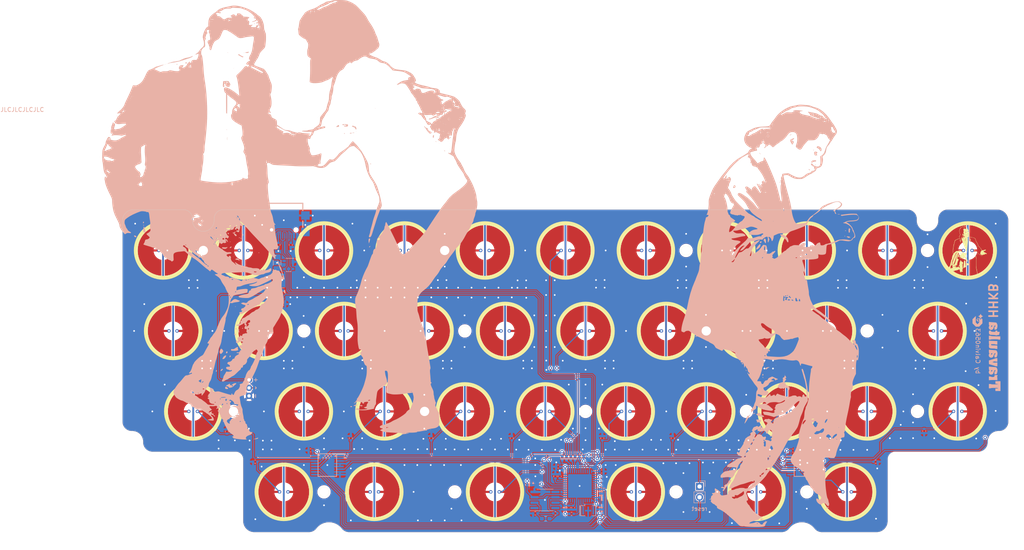
<source format=kicad_pcb>
(kicad_pcb (version 20221018) (generator pcbnew)

  (general
    (thickness 1.59)
  )

  (paper "A4")
  (layers
    (0 "F.Cu" signal)
    (1 "In1.Cu" signal)
    (2 "In2.Cu" signal)
    (31 "B.Cu" signal)
    (32 "B.Adhes" user "B.Adhesive")
    (33 "F.Adhes" user "F.Adhesive")
    (34 "B.Paste" user)
    (35 "F.Paste" user)
    (36 "B.SilkS" user "B.Silkscreen")
    (37 "F.SilkS" user "F.Silkscreen")
    (38 "B.Mask" user)
    (39 "F.Mask" user)
    (40 "Dwgs.User" user "User.Drawings")
    (41 "Cmts.User" user "User.Comments")
    (42 "Eco1.User" user "User.Eco1")
    (43 "Eco2.User" user "User.Eco2")
    (44 "Edge.Cuts" user)
    (45 "Margin" user)
    (46 "B.CrtYd" user "B.Courtyard")
    (47 "F.CrtYd" user "F.Courtyard")
    (48 "B.Fab" user)
    (49 "F.Fab" user)
    (50 "User.1" user)
    (51 "User.2" user)
    (52 "User.3" user)
    (53 "User.4" user)
    (54 "User.5" user)
    (55 "User.6" user)
    (56 "User.7" user)
    (57 "User.8" user)
    (58 "User.9" user)
  )

  (setup
    (stackup
      (layer "F.SilkS" (type "Top Silk Screen"))
      (layer "F.Paste" (type "Top Solder Paste"))
      (layer "F.Mask" (type "Top Solder Mask") (thickness 0.01))
      (layer "F.Cu" (type "copper") (thickness 0.035))
      (layer "dielectric 1" (type "prepreg") (thickness 0.2) (material "7628") (epsilon_r 4.6) (loss_tangent 0))
      (layer "In1.Cu" (type "copper") (thickness 0.0175))
      (layer "dielectric 2" (type "core") (thickness 1.065) (material "FR4") (epsilon_r 4.5) (loss_tangent 0.02))
      (layer "In2.Cu" (type "copper") (thickness 0.0175))
      (layer "dielectric 3" (type "prepreg") (thickness 0.2) (material "7628") (epsilon_r 4.6) (loss_tangent 0))
      (layer "B.Cu" (type "copper") (thickness 0.035))
      (layer "B.Mask" (type "Bottom Solder Mask") (thickness 0.01))
      (layer "B.Paste" (type "Bottom Solder Paste"))
      (layer "B.SilkS" (type "Bottom Silk Screen"))
      (copper_finish "None")
      (dielectric_constraints no)
    )
    (pad_to_mask_clearance 0)
    (pcbplotparams
      (layerselection 0x00010fc_ffffffff)
      (plot_on_all_layers_selection 0x0000000_00000000)
      (disableapertmacros false)
      (usegerberextensions false)
      (usegerberattributes true)
      (usegerberadvancedattributes true)
      (creategerberjobfile true)
      (dashed_line_dash_ratio 12.000000)
      (dashed_line_gap_ratio 3.000000)
      (svgprecision 6)
      (plotframeref false)
      (viasonmask false)
      (mode 1)
      (useauxorigin false)
      (hpglpennumber 1)
      (hpglpenspeed 20)
      (hpglpendiameter 15.000000)
      (dxfpolygonmode true)
      (dxfimperialunits true)
      (dxfusepcbnewfont true)
      (psnegative false)
      (psa4output false)
      (plotreference true)
      (plotvalue true)
      (plotinvisibletext false)
      (sketchpadsonfab false)
      (subtractmaskfromsilk false)
      (outputformat 1)
      (mirror false)
      (drillshape 0)
      (scaleselection 1)
      (outputdirectory "Production")
    )
  )

  (net 0 "")
  (net 1 "GND")
  (net 2 "D-")
  (net 3 "D+")
  (net 4 "VCC")
  (net 5 "+5V")
  (net 6 "Net-(U1-VCAP1)")
  (net 7 "NRST")
  (net 8 "APLEX_OUT_PIN_0")
  (net 9 "ROW0")
  (net 10 "ROW1")
  (net 11 "Net-(JP1-B)")
  (net 12 "VBAT")
  (net 13 "BOOT1")
  (net 14 "COL0")
  (net 15 "COL1")
  (net 16 "COL2")
  (net 17 "COL3")
  (net 18 "COL4")
  (net 19 "COL5")
  (net 20 "COL6")
  (net 21 "COL7")
  (net 22 "COL8")
  (net 23 "COL9")
  (net 24 "ROW2")
  (net 25 "ROW3")
  (net 26 "Net-(U1-PB12)")
  (net 27 "Net-(U1-PB15)")
  (net 28 "Net-(U1-PA10)")
  (net 29 "XTAL0")
  (net 30 "XTAL1")
  (net 31 "Net-(U1-PB14)")
  (net 32 "Net-(U1-PB13)")
  (net 33 "Net-(USB1-CC1)")
  (net 34 "Net-(USB1-CC2)")
  (net 35 "unconnected-(U1-PC13-Pad2)")
  (net 36 "unconnected-(U1-PC14-Pad3)")
  (net 37 "unconnected-(U1-PC15-Pad4)")
  (net 38 "unconnected-(U1-PA0-Pad10)")
  (net 39 "SWDIO")
  (net 40 "SWCLK")
  (net 41 "ADC")
  (net 42 "unconnected-(U1-PA1-Pad11)")
  (net 43 "AMUX_SEL_2")
  (net 44 "AMUX_SEL_1")
  (net 45 "AMUX_SEL_0")
  (net 46 "BOOT0")
  (net 47 "APLEX_EN_PIN_1")
  (net 48 "APLEX_EN_PIN_0")
  (net 49 "unconnected-(U1-PA2-Pad12)")
  (net 50 "unconnected-(U1-PB6-Pad42)")
  (net 51 "RGB")
  (net 52 "unconnected-(U1-PA8-Pad29)")
  (net 53 "unconnected-(U1-PA9-Pad30)")
  (net 54 "unconnected-(U1-PA15-Pad38)")
  (net 55 "unconnected-(U1-PB8-Pad45)")
  (net 56 "unconnected-(U1-PB9-Pad46)")
  (net 57 "unconnected-(USB1-SBU2-Pad3)")
  (net 58 "unconnected-(USB1-SBU1-Pad9)")
  (net 59 "unconnected-(U1-PA5-Pad15)")
  (net 60 "unconnected-(U1-PA6-Pad16)")
  (net 61 "unconnected-(U1-PB10-Pad21)")
  (net 62 "unconnected-(U1-PB7-Pad43)")
  (net 63 "COL10")

  (footprint "cipulot_parts:ecs_pad_1U_no_ring" (layer "F.Cu") (at 211.1375 76.2))

  (footprint "cipulot_parts:HOLE_M2" (layer "F.Cu") (at 120.65 57.15))

  (footprint "cipulot_parts:ecs_pad_1U_no_ring" (layer "F.Cu") (at 163.5125 95.25 180))

  (footprint "cipulot_parts:HOLE_M2" (layer "F.Cu") (at 153.9875 95.25))

  (footprint "cipulot_parts:ecs_pad_1U_no_ring" (layer "F.Cu") (at 115.8875 76.2))

  (footprint "cipulot_parts:ecs_pad_1U_no_ring" (layer "F.Cu") (at 173.0375 76.2))

  (footprint "cipulot_parts:ecs_pad_1U_no_ring" (layer "F.Cu") (at 53.975 57.15))

  (footprint "cipulot_parts:ecs_pad_1U_no_ring" (layer "F.Cu") (at 206.375 57.15))

  (footprint "cipulot_parts:ecs_pad_1U_no_ring" (layer "F.Cu") (at 182.5625 95.25 180))

  (footprint "cipulot_parts:HOLE_M2" (layer "F.Cu") (at 63.5 57.15))

  (footprint "Connector_PinHeader_1.27mm:PinHeader_1x03_P1.27mm_Vertical" (layer "F.Cu") (at 74.322402 90.946772 180))

  (footprint "cipulot_parts:ecs_pad_1U_no_ring" (layer "F.Cu") (at 111.125 57.15))

  (footprint "cipulot_parts:ecs_pad_1U_no_ring" (layer "F.Cu") (at 153.9875 76.2))

  (footprint "cipulot_parts:ecs_pad_1U_no_ring" locked (layer "F.Cu")
    (tstamp 37b11be4-b120-4f6d-b10e-f27f2cfbee4b)
    (at 56.358 76.2)
    (descr " StepUp generated footprint")
    (property "Sheetfile" "matrix.kicad_sch")
    (property "Sheetname" "matrix")
    (path "/d0785ffc-20d6-4c18-9daf-1bbd2a4da96a/f0d647a1-0f06-4f49-8d54-193c6cf27a2d")
    (attr smd exclude_from_pos_files)
    (fp_text reference "SW12" (at -6 -8) (layer "Dwgs.User")
        (effects (font (size 0.8 0.8) (thickness 0.12)))
      (tstamp 17cca1ee-8ac8-4aa5-a0e1-57d1c0a9c323)
    )
    (fp_text value "EC_SW" (at -4.9 -5.6) (layer "F.SilkS") hide
        (effects (font (size 0.8 0.8) (thickness 0.12)))
      (tstamp ef396a4d-707b-4a77-8ef0-d2fc0b721b3d)
    )
    (fp_text user "${REFERENCE}" (at 0 -2.5) (layer "F.Fab")
        (effects (font (size 0.8 0.8) (thickness 0.12)))
      (tstamp ba9fc966-5d41-41d1-bccf-46b29143e6bd)
    )
    (fp_circle (center 0 0) (end 6.467 0)
      (stroke (width 0.9) (type solid)) (fill none) (layer "F.SilkS") (tstamp 2ce10bdf-dfea-4cc1-bbd0-3b3d2bf442a6))
    (fp_line (start -9.3 -2.804622) (end -9.3 -6.1)
      (stroke (width 0.1) (type solid)) (layer "Dwgs.User") (tstamp 6fe1d638-3fc7-405d-871f-4fa8ada56591))
    (fp_line (start -9.3 -1.4) (end -9.3 -2.804622)
      (stroke (width 0.1) (type solid)) (layer "Dwgs.User") (tstamp 471848a4-92e2-44eb-b0bf-db621eda3ad5))
    (fp_line (start -9.3 1.4) (end -8.824333 1.110619)
      (stroke (width 0.1) (type solid)) (layer "Dwgs.User") (tstamp 3df81835-45bc-4bd8-a495-1e6be6007d3e))
    (fp_line (start -9.3 2.804622) (end -9.3 1.4)
      (stroke (width 0.1) (type solid)) (layer "Dwgs.User") (tstamp 9ea9def1-d6d7-49cc-87bb-6052ae79ab10))
    (fp_line (start -9.3 6.1) (end -9.3 2.804622)
      (stroke (width 0.1) (type solid)) (layer "Dwgs.User") (tstamp 48204678-f067-4add-af1e-6d54c033994d))
    (fp_line (start -8.824333 -1.110619) (end -9.3 -1.4)
      (stroke (width 0.1) (type solid)) (layer "Dwgs.User") (tstamp ffb6bf5b-6d76-48be-bc27-d4a640f81b6a))
    (fp_line (start -7.3 -5.67) (end -5.97 -7)
      (stroke (width 0.1) (type solid)) (layer "Dwgs.User") (tstamp cd41cfb6-f492-4846-8626-b8fa68867a32))
    (fp_line (start -7.3 5.67) (end -7.3 -5.67)
      (stroke (width 0.1) (type solid)) (layer "Dwgs.User") (tstamp 4a20ca23-0248-4ccf-b97f-b4243b730581))
    (fp_line (start -7.3 5.67) (end -5.97 7)
      (stroke (width 0.1) (type solid)) (layer "Dwgs.User") (tstamp 96fddccf-404e-4936-b392-11829de42152))
    (fp_line (start -6.3 -9.1) (end 6.3 -9.1)
      (stroke (width 0.1) (type solid)) (layer "Dwgs.User") (tstamp 5fe2d313-0f90-4561-bba7-7b92ca33dc44))
    (fp_line (start -5.97 -7) (end 5.97 -7)
      (stroke (width 0.1) (type solid)) (layer "Dwgs.User") (tstamp 13412db3-addb-496d-b20e-8e8717f87ec1))
    (fp_line (start -5.97 7) (end -7.3 5.67)
      (stroke (width 0.1) (type solid)) (layer "Dwgs.User") (tstamp fd04a23c-5982-4388-a96b-6d70973c2414))
    (fp_line (start 5.97 -7) (end 7.3 -5.67)
      (stroke (width 0.1) (type solid)) (layer "Dwgs.User") (tstamp e322730e-c8dc-4f1c-b37f-a3940a7ba515))
    (fp_line (start 5.97 7) (end -5.97 7)
      (stroke (width 0.1) (type solid)) (layer "Dwgs.User") (tstamp 8f5103e7-2db0-49f0-8c0d-a5c09a6bd7ea))
    (fp_line (start 6.3 9.1) (end -6.3 9.1)
      (stroke (width 0.1) (type solid)) (layer "Dwgs.User") (tstamp 664d9353-12d6-4091-b226-d8856863a532))
    (fp_line (start 7.3 -5.67) (end 7.3 5.67)
      (stroke (width 0.1) (type solid)) (layer "Dwgs.User") (tstamp 72585d5a-53b4-4166-b8ef-8b9a0a93e99d))
    (fp_line (start 7.3 5.67) (end 5.97 7)
      (stroke (width 0.1) (type solid)) (layer "Dwgs.User") (tstamp a2dcfbc1-7996-4bcc-bb94-9e6b17df6f4b))
    (fp_line (start 8.824333 1.110619) (end 9.3 1.4)
      (stroke (width 0.1) (type solid)) (layer "Dwgs.User") (tstamp 27286e96-f3d0-4313-8a73-39332d3e7013))
    (fp_line (start 9.3 -6.1) (end 9.3 -2.804622)
      (stroke (width 0.1) (type solid)) (layer "Dwgs.User") (tstamp 9d2ba66f-2d3f-42cc-8dd6-387b4800e25f))
    (fp_line (start 9.3 -2.804622) (end 9.3 -1.4)
      (stroke (width 0.1) (type solid)) (layer "Dwgs.User") (tstamp 685dde4d-916f-4cd5-87ae-ab89c5999fa7))
    (fp_line (start 9.3 -1.4) (end 8.824333 -1.110619)
      (stroke (width 0.1) (type solid)) (layer "Dwgs.User") (tstamp ff6568a3-ec2c-47cd-a2ae-43d2e7cea773))
    (fp_line (start 9.3 1.4) (end 9.3 2.804622)
      (stroke (width 0.1) (type solid)) (layer "Dwgs.User") (tstamp 78f7d74d-a636-494a-bc33-db62a7f14b06))
    (fp_line (start 9.3 2.804622) (end 9.3 6.1)
      (stroke (width 0.1) (type solid)) (layer "Dwgs.User") (tstamp 16eb7cb2-43c4-437e-bcbb-a3fdd4258d1c))
    (fp_arc (start -9.3 -6.1) (mid -8.42132 -8.22132) (end -6.3 -9.1)
      (stroke (width 0.1) (type solid)) (layer "Dwgs.User") (tstamp 439098df-1833-4076-8f1a-b0f0eca82c83))
    (fp_arc (start -8.824333 -1.110619) (mid -8.2 0) (end -8.824333 1.110619)
      (stroke (width 0.1) (type solid)) (layer "Dwgs.User") (tstamp 0f4c6277-70bf-44e4-bb93-2fbd0b1dd869))
    (fp_arc (start -6.3 9.1) (mid -8.42132 8.22132) (end -9.3 6.1)
      (stroke (width 0.1) (type solid)) (layer "Dwgs.User") (tstamp d66ad819-8aee-4f48-9e65-3e54f8f36ab9))
    (fp_arc (start 6.3 -9.1) (mid 8.42132 -8.22132) (end 9.3 -6.1)
      (stroke (width 0.1) (type solid)) (layer "Dwgs.User") (tstamp f65d1acc-8966-4ae0-a844-31511d86fa15))
    (fp_arc (start 8.824333 1.110619) (mid 8.2 0) (end 8.824333 -1.110619)
      (stroke (width 0.1) (type solid)) (layer "Dwgs.User") (tstamp ab17725a-ab09-4dc1-b427-5d61b288b2fc))
    (fp_arc (start 9.3 6.1) (mid 8.42132 8.22132) (end 6.3 9.1)
      (stroke (width 0.1) (type solid)) (layer "Dwgs.User") (tstamp 92e19a39-f5e0-4dde-b964-abeb37c51e8b))
    (pad "1" smd custom locked (at -1 0) (size 0.4 0.4) (layers "F.Cu")
      (net 10 "ROW1") (pinfunction "1") (pintype "passive") (zone_connect 0) (thermal_bridge_angle 45)
      (options (clearance outline) (anchor circle))
      (primitives
        (gr_poly
          (pts
            (xy 0.6 -2.214159)
            (xy 0.320477 -2.144936)
            (xy 0.052085 -2.040578)
            (xy -0.20078 -1.902795)
            (xy -0.433976 -1.733843)
            (xy -0.643683 -1.536492)
            (xy -0.826466 -1.313972)
            (xy -0.979332 -1.069928)
            (xy -1.099775 -0.80836)
            (xy -1.185824 -0.53355)
            (xy -1.236068 -0.25)
            (xy 0 -0.25)
            (xy 0.095671 -0.23097)
            (xy 0.176777 -0.176777)
            (xy 0.23097 -0.095671)
            (xy 0.25 0)
            (xy 0.23097 0.095671)
            (xy 0.176777 0.176777)
            (xy 0.095671 0.23097)
            (xy 0 0.25)
            (xy -1.236068 0.25)
            (xy -1.185824 0.53355)
            (xy -1.099775 0.80836)
            (xy -0.979332 1.069928)
            (xy -0.826466 1.313972)
            (xy -0.643683 1.536492)
            (xy -0.433976 1.733843)
            (xy -0.20078 1.902795)
            (xy 0.052085 2.040578)
            (xy 0.320477 2.144936)
            (xy 0.6 2.214159)
            (xy 0.6 5.986652)
            (xy 0.115133 5.934392)
            (xy -0.363889 5.842928)
            (xy -0.8339 5.712864)
            (xy -1.291796 5.545058)
            (xy -1.734552 5.34062)
            (xy -2.159242 5.100901)
            (xy -2.563061 4.827483)
            (xy -2.943342 4.522174)
            (xy -3.297572 4.186989)
            (xy -3.62341 3.824144)
            (xy -3.918705 3.436035)
            (xy -4.181506 3.025227)
            (xy -4.410075 2.594434)
            (xy -4.602904 2.1465)
            (xy -4.758719 1.684386)
            (xy -4.876489 1.211145)
            (xy -4.955438 0.729902)
            (xy -4.995043 0.243838)
            (xy -4.995043 -0.243838)
            (xy -4.955438 -0.729902)
            (xy -4.876489 -1.211145)
            (xy -4.758719 -1.684386)
            (xy -4.602904 -2.1465)
            (xy -4.410075 -2.594434)
            (xy -4.181506 -3.025227)
            (xy -3.918705 -3.436035)
            (xy -3.62341 -3.824144)
            (xy -3.297572 -4.186989)
            (xy -2.943342 -4.522174)
            (xy -2.563061 -4.827483)
            (xy -2.159242 -5.100901)
            (xy -1.734552 -5.34062)
            (xy -1.291796 -5.545058)
            (xy -0.8339 -5.712864)
            (xy -0.363889 -5.842928)
            (xy 0.115133 -5.934392)
            (xy 0.6 -5.986652)
          )
          (width 0) (fill yes))
      ) (tstamp ee218e06-2aa2-4b80-bd47-1383620eef97))
    (pad "2" smd custom locked (at 1 0 180) (size 0.4 0.4) (layers "F.Cu")
      (net 14 "COL0") (pinfunction "2") (pintype "passive") (zone_connect 0) (thermal_bridge_angle 45)
      (options (clearance outline) (anchor circle))
      (primitives
        (gr_poly
          (pts
            (xy 0.6 -2.214159)
            (xy 0.320477 -2.144936)
            (xy 0.052085 -2.040578)
            (xy -0.20078 -1.902795)
            (xy -0.433976 -1.733843)
            (xy -0.643683 -1.536492)
            (xy -0.826466 -1.313972)
            (xy -0.979332 -1.069928)
            (xy -1.099775 -0.80836)
            (xy -1.185824 -0.53355)
            (xy -1.236068 -0.25)
            (xy 0 -0.25)
            (xy 0.095671 -0.23097)
            (xy 0.176777 -0.176777)
            (xy 0.23097 -0.095671)
            (xy 0.25 0)
            (xy 0.23097 0.095671)
            (xy 0.176777 0.176777)
            (xy 0.095671 0.23097)
            (xy 0 0.25)
            (xy -1.236068 0.25)
            (xy -1.185824 0.53355)
            (xy -1.099775 0.80836)
            (xy -0.979332 1.069928)
            (xy -0.826466 1.313972)
            (xy -0.643683 1.536492)
            (xy -0.433976 1.733843)
            (xy -0.20078 1.902795)
            (xy 0.052085 2.040578)
            (xy 0.320477 2.144936)
            (xy 0.6 2.214159)
            (xy 0.6 5.986652)
            (xy 0.115133 5.934392)
            (xy -0.363889 5.842928)
            (xy -0.8339 5.712864)
            (xy -1.291796 5.545058)
            (xy -1.734552 5.34062)
            (xy -2.159242 5.100901)
            (xy -2.563061 4.827483)
            (xy -2.943342 4.522174)
            (xy -3.297572 4.186989)
            (xy -3.62341 3.824144)
            (xy -3.918705 3.436035)
            (xy -4.181506 3.025227)
            (xy -4.410075 2.594434)
            (xy -4.602904 2.1465)
            (xy -4.758719 1.684386)
            (xy -4.876489 1.211145)
            (xy -4.955438 0.729902)
            (xy -4.995043 0.243838)
            (xy -4.995043 -0.243838)
            (xy -4.955438 -0.729902)
            (xy -4.876489 -1.211145)
            (xy -4.758719 -1.684386)
            (xy -4.602904 -2.1465)
            (xy -4.410075 -2.594434)
            (xy -4.181506 -3.025227)
            (xy -3.918705 -3.436035)
            (xy -3.62341 -3.824144)
            (xy -3.297572 -4.186989)
            (xy -2.943342 -4.522174)
            (xy -2.563061 -4.827483)
            (xy -2.159242 -5.100901)
            (xy -1.734552 -5.34062)
            (xy -1.291796 -5.545058)
            (xy -0.8339 -5.712864)
            (xy -0.363889 -5.842928)
            (xy 0.115133 -5.934392)
            (xy 0.6 -5.986652)
          )
          (width 0) (fill yes))
      ) (tstamp 3a8e4b3b-43f7-4f01-b478-ee0fccb79b52))
    (pad "3" smd custom locked (at 0 0) (size 0.4 0.4) (layers "F.Cu")
      (net 1 "GND") (pinfunction "SG") (pintype "input") (zone_connect 2) (thermal_bridge_angle 45)
      (options (clearance convexhull) (anchor rect))
      (primitives
        (gr_line (start 0 -7) (end 0 7) (width 0.4))
      ) (tstamp dddf186e-69e2-4b84-8602-bf8ab9796ef4))
    (pad "3" smd custom locked (at 0 0) (size 0.4 0.4) (layers "B.Cu")
      (net 1 "GND") (pinfunction "SG") (pintype "input") (zone_connect 2) (thermal_bridge_angle 45)
      (options (clearance convexhull) (anchor rect))
      (primitives
        (gr_line (start 0 -6.5) (end 0 6.5) (width 0.4))
      ) (tstamp 0c0de62a-e55d-44ad-8954-00f5ea358cd0))
    (zone (net 0) (net_name "") (layer "F.Cu") (tstamp 3ac2d6bb-0f7b-4336-aa1e-a005aa713964) (hatch edge 0.508)
      (connect_pads (clearance 0))
      (min_thickness 0.254) (filled_areas_thickness no)
      (keepout (tracks allowed) (vias allowed) (pads allowed) (copperpour not_allowed) (footprints allowed))
      (fill (thermal_gap 0.508) (thermal_bridge_width 0.508))
      (polygon
        (pts
          (xy 63.362905 76.2)
          (xy 63.344093 75.686973)
          (xy 63.287759 75.176702)
          (xy 63.194204 74.671927)
          (xy 63.063932 74.17536)
          (xy 62.897642 73.689667)
          (xy 62.696228 73.217457)
          (xy 62.46077 72.761266)
          (xy 62.192534 72.323545)
          (xy 61.892961 71.906644)
          (xy 61.563659 71.512804)
          (xy 61.206397 71.144138)
          (xy 60.823094 70.802628)
          (xy 60.41581 70.490107)
          (xy 59.98673 70.208255)
          (xy 59.53816 69.958584)
          (xy 59.07251 69.742436)
          (xy 58.59228 69.560972)
          (xy 58.100049 69.415167)
          (xy 57.598462 69.305803)
          (xy 57.090212 69.233469)
          (xy 56.578029 69.198551)
          (xy 56.064665 69.201239)
          (xy 55.552876 69.241518)
          (xy 55.045412 69.319171)
          (xy 54.544997 69.433781)
          (xy 54.05432 69.584733)
          (xy 53.576017 69.771216)
          (xy 53.112655 69.992228)
          (xy 52.666725 70.246582)
          (xy 52.24062 70.532913)
          (xy 51.83663 70.849681)
          (xy 51.456925 71.195187)
          (xy 51.103543 71.567573)
          (xy 50.778384 71.964841)
          (xy 50.483192 72.384855)
          (xy 50.219555 72.825361)
          (xy 49.988887 73.283993)
          (xy 49.792429 73.758286)
          (xy 49.631234 74.245694)
          (xy 49.506169 74.743598)
          (xy 49.417905 75.249325)
          (xy 49.366918 75.760158)
          (xy 49.353479 76.273354)
          (xy 49.377662 76.786155)
          (xy 49.439337 77.295809)
          (xy 49.538172 77.799576)
          (xy 49.673637 78.294752)
          (xy 49.845004 78.778678)
          (xy 50.051353 79.248753)
          (xy 50.291574 79.702452)
          (xy 50.564379 80.137341)
          (xy 50.868302 80.551081)
          (xy 51.20171 80.941452)
          (xy 51.562813 81.306356)
          (xy 51.94967 81.643834)
          (xy 52.360206 81.952072)
          (xy 52.792213 82.229416)
          (xy 53.243373 82.474376)
          (xy 53.711261 82.685635)
          (xy 54.193365 82.862061)
          (xy 54.687096 83.002703)
          (xy 55.189801 83.106809)
          (xy 55.69878 83.173817)
          (xy 56.2113 83.203369)
          (xy 56.724608 83.195305)
          (xy 57.235947 83.149669)
          (xy 57.742571 83.066706)
          (xy 58.241758 82.946862)
          (xy 58.730827 82.79078)
          (xy 59.207152 82.599299)
          (xy 59.668173 82.373447)
          (xy 60.111416 82.114437)
          (xy 60.534499 81.82366)
          (xy 60.935149 81.502678)
          (xy 61.311216 81.153216)
          (xy 61.660678 80.777149)
          (xy 61.98166 80.376499)
          (xy 62.272437 79.953416)
          (xy 62.531447 79.510173)
          (xy 62.757299 79.049152)
          (xy 62.94878 78.572827)
          (xy 63.104862 78.083758)
          (xy 63.224706 77.584571)
          (xy 63.307669 77.077947)
          (xy 63.353305 76.566608)
        )
      )
    )
    (zone (net 0) (net_name "") (layer "B.Cu") (tstamp 3d05d7e7-ff6e-4099-b11c-213ec33cff63) (hatch edge 0.508)
      (connect_pads (clearance 0))
      (min_thickness 0.254) (filled_areas_thickness no)
      (keepout (tracks allowed) (vias allowed) (pads allowed) (copperpour not_allowed) (footprints allowed))
      (fill (thermal_gap 0.508) (thermal_bridge_width 0.508))
      (polygon
        (pts
          (xy 62.916256 76.2)
          (xy 62.896039 75.685445)
          (xy 62.835513 75.174063)
          (xy 62.735051 74.669006)
          (xy 62.595272 74.173387)
          (xy 62.417038 73.690264)
          (xy 62.201449 73.222614)
          (xy 61.949832 72.773321)
          (xy 61.663741 72.345154)
          (xy 61.344937 71.940753)
          (xy 60.995387 71.562613)
          (xy 60.617247 71.213063)
          (xy 60.212846 70.894259)
          (xy 59.784679 70.608168)
          (xy 59.335386 70.356551)
          (xy 58.867736 70.140962)
          (xy 58.384613 69.962728)
          (xy 57.888994 69.822949)
          (xy 57.383937 69.722487)
          (xy 56.872555 69.661961)
          (xy 56.358 69.641744)
          (xy 55.843445 69.661961)
          (xy 55.332063 69.722487)
          (xy 54.827006 69.822949)
          (xy 54.331387 69.962728)
          (xy 53.848264 70.140962)
          (xy 53.380614 70.356551)
          (xy 52.931321 70.608168)
          (xy 52.503154 70.894259)
          (xy 52.098753 71.213063)
          (xy 51.720613 71.562613)
          (xy 51.371063 71.940753)
          (xy 51.052259 72.345154)
          (xy 50.766168 72.773321)
          (xy 50.514551 73.222614)
          (xy 50.298962 73.690264)
          (xy 50.120728 74.173387)
          (xy 49.980949 74.669006)
          (xy 49.880487 75.174063)
          (xy 49.819961 75.685445)
          (xy 49.799744 76.2)
          (xy 49.819961 76.714555)
          (xy 49.880487 77.225937)
          (xy 49.980949 77.730994)
          (xy 50.120728 78.226613)
          (xy 50.298962 78.709736)
          (xy 50.514551 79.177386)
          (xy 50.766168 79.626679)
          (xy 51.052259 80.054846)
          (xy 51.371063 80.459247)
          (xy 51.720613 80.837387)
          (xy 52.098753 81.1869
... [3675594 chars truncated]
</source>
